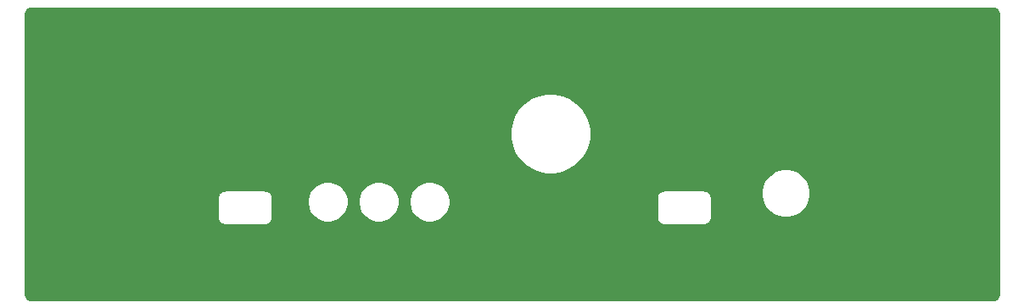
<source format=gbr>
%TF.GenerationSoftware,KiCad,Pcbnew,(5.1.9)-1*%
%TF.CreationDate,2021-04-04T20:16:54-07:00*%
%TF.ProjectId,miditwiddle-front,6d696469-7477-4696-9464-6c652d66726f,rev?*%
%TF.SameCoordinates,PX9157080PY68799b0*%
%TF.FileFunction,Copper,L1,Top*%
%TF.FilePolarity,Positive*%
%FSLAX46Y46*%
G04 Gerber Fmt 4.6, Leading zero omitted, Abs format (unit mm)*
G04 Created by KiCad (PCBNEW (5.1.9)-1) date 2021-04-04 20:16:54*
%MOMM*%
%LPD*%
G01*
G04 APERTURE LIST*
%TA.AperFunction,ViaPad*%
%ADD10C,0.600000*%
%TD*%
%TA.AperFunction,Conductor*%
%ADD11C,0.254000*%
%TD*%
%TA.AperFunction,Conductor*%
%ADD12C,0.100000*%
%TD*%
G04 APERTURE END LIST*
D10*
%TO.N,GND*%
X-48000000Y21950000D03*
X-48000000Y-6050000D03*
X48000000Y-6050000D03*
X48000000Y21950000D03*
%TD*%
D11*
%TO.N,GND*%
X48105082Y22480706D02*
X48206163Y22450188D01*
X48299390Y22400618D01*
X48381214Y22333884D01*
X48448518Y22252528D01*
X48498737Y22159650D01*
X48529960Y22058784D01*
X48543200Y21932816D01*
X48543201Y-6027647D01*
X48530706Y-6155081D01*
X48500188Y-6256161D01*
X48450618Y-6349391D01*
X48383884Y-6431214D01*
X48302529Y-6498517D01*
X48209649Y-6548737D01*
X48108784Y-6579960D01*
X47982816Y-6593200D01*
X-47977657Y-6593200D01*
X-48105081Y-6580706D01*
X-48206161Y-6550188D01*
X-48299391Y-6500618D01*
X-48381214Y-6433884D01*
X-48448517Y-6352529D01*
X-48498737Y-6259649D01*
X-48529960Y-6158784D01*
X-48543200Y-6032816D01*
X-48543200Y3622437D01*
X-29426800Y3622437D01*
X-29426799Y1577562D01*
X-29424901Y1558288D01*
X-29424913Y1556506D01*
X-29424291Y1550158D01*
X-29421250Y1521227D01*
X-29420189Y1510452D01*
X-29420080Y1510093D01*
X-29418171Y1491929D01*
X-29409842Y1451356D01*
X-29402087Y1410703D01*
X-29400244Y1404596D01*
X-29382930Y1348664D01*
X-29366878Y1310479D01*
X-29351375Y1272109D01*
X-29348381Y1266477D01*
X-29320533Y1214974D01*
X-29297384Y1180655D01*
X-29274711Y1146008D01*
X-29270680Y1141065D01*
X-29233360Y1095953D01*
X-29203974Y1066772D01*
X-29175014Y1037199D01*
X-29170100Y1033133D01*
X-29124726Y996128D01*
X-29090235Y973212D01*
X-29056086Y949830D01*
X-29050476Y946796D01*
X-28998780Y919308D01*
X-28960503Y903531D01*
X-28922445Y887219D01*
X-28916352Y885333D01*
X-28860301Y868410D01*
X-28819705Y860372D01*
X-28779186Y851760D01*
X-28772843Y851093D01*
X-28714573Y845380D01*
X-28714571Y845380D01*
X-28692438Y843200D01*
X-24647562Y843200D01*
X-24628278Y845099D01*
X-24626506Y845087D01*
X-24620158Y845709D01*
X-24591378Y848734D01*
X-24580452Y849810D01*
X-24580088Y849920D01*
X-24561929Y851829D01*
X-24521356Y860158D01*
X-24480703Y867913D01*
X-24474596Y869756D01*
X-24418664Y887070D01*
X-24380479Y903122D01*
X-24342109Y918625D01*
X-24336477Y921619D01*
X-24284974Y949467D01*
X-24250655Y972616D01*
X-24216008Y995289D01*
X-24211065Y999320D01*
X-24165953Y1036640D01*
X-24136772Y1066026D01*
X-24107199Y1094986D01*
X-24103133Y1099900D01*
X-24066128Y1145274D01*
X-24043212Y1179765D01*
X-24019830Y1213914D01*
X-24016796Y1219524D01*
X-23989308Y1271220D01*
X-23973531Y1309497D01*
X-23957219Y1347555D01*
X-23955333Y1353648D01*
X-23938410Y1409699D01*
X-23930372Y1450295D01*
X-23921760Y1490814D01*
X-23921093Y1497157D01*
X-23915380Y1555427D01*
X-23915380Y1555429D01*
X-23913200Y1577562D01*
X-23913200Y3403562D01*
X-20481800Y3403562D01*
X-20481800Y2996438D01*
X-20402374Y2597137D01*
X-20246574Y2221003D01*
X-20020388Y1882492D01*
X-19732508Y1594612D01*
X-19393997Y1368426D01*
X-19017863Y1212626D01*
X-18618562Y1133200D01*
X-18211438Y1133200D01*
X-17812137Y1212626D01*
X-17436003Y1368426D01*
X-17097492Y1594612D01*
X-16809612Y1882492D01*
X-16583426Y2221003D01*
X-16427626Y2597137D01*
X-16348200Y2996438D01*
X-16348200Y3403562D01*
X-15401800Y3403562D01*
X-15401800Y2996438D01*
X-15322374Y2597137D01*
X-15166574Y2221003D01*
X-14940388Y1882492D01*
X-14652508Y1594612D01*
X-14313997Y1368426D01*
X-13937863Y1212626D01*
X-13538562Y1133200D01*
X-13131438Y1133200D01*
X-12732137Y1212626D01*
X-12356003Y1368426D01*
X-12017492Y1594612D01*
X-11729612Y1882492D01*
X-11503426Y2221003D01*
X-11347626Y2597137D01*
X-11268200Y2996438D01*
X-11268200Y3403562D01*
X-10321800Y3403562D01*
X-10321800Y2996438D01*
X-10242374Y2597137D01*
X-10086574Y2221003D01*
X-9860388Y1882492D01*
X-9572508Y1594612D01*
X-9233997Y1368426D01*
X-8857863Y1212626D01*
X-8458562Y1133200D01*
X-8051438Y1133200D01*
X-7652137Y1212626D01*
X-7276003Y1368426D01*
X-6937492Y1594612D01*
X-6649612Y1882492D01*
X-6423426Y2221003D01*
X-6267626Y2597137D01*
X-6188200Y2996438D01*
X-6188200Y3403562D01*
X-6231736Y3622437D01*
X14388200Y3622437D01*
X14388201Y1577562D01*
X14390099Y1558288D01*
X14390087Y1556506D01*
X14390709Y1550158D01*
X14393750Y1521227D01*
X14394811Y1510452D01*
X14394920Y1510093D01*
X14396829Y1491929D01*
X14405158Y1451356D01*
X14412913Y1410703D01*
X14414756Y1404596D01*
X14432070Y1348664D01*
X14448122Y1310479D01*
X14463625Y1272109D01*
X14466619Y1266477D01*
X14494467Y1214974D01*
X14517616Y1180655D01*
X14540289Y1146008D01*
X14544320Y1141065D01*
X14581640Y1095953D01*
X14611026Y1066772D01*
X14639986Y1037199D01*
X14644900Y1033133D01*
X14690274Y996128D01*
X14724765Y973212D01*
X14758914Y949830D01*
X14764524Y946796D01*
X14816220Y919308D01*
X14854497Y903531D01*
X14892555Y887219D01*
X14898648Y885333D01*
X14954699Y868410D01*
X14995295Y860372D01*
X15035814Y851760D01*
X15042157Y851093D01*
X15100427Y845380D01*
X15100429Y845380D01*
X15122562Y843200D01*
X19167438Y843200D01*
X19186722Y845099D01*
X19188494Y845087D01*
X19194842Y845709D01*
X19223622Y848734D01*
X19234548Y849810D01*
X19234912Y849920D01*
X19253071Y851829D01*
X19293644Y860158D01*
X19334297Y867913D01*
X19340404Y869756D01*
X19396336Y887070D01*
X19434521Y903122D01*
X19472891Y918625D01*
X19478523Y921619D01*
X19530026Y949467D01*
X19564345Y972616D01*
X19598992Y995289D01*
X19603935Y999320D01*
X19649047Y1036640D01*
X19678228Y1066026D01*
X19707801Y1094986D01*
X19711867Y1099900D01*
X19748872Y1145274D01*
X19771788Y1179765D01*
X19795170Y1213914D01*
X19798204Y1219524D01*
X19825692Y1271220D01*
X19841469Y1309497D01*
X19857781Y1347555D01*
X19859667Y1353648D01*
X19876590Y1409699D01*
X19884628Y1450295D01*
X19893240Y1490814D01*
X19893907Y1497157D01*
X19899620Y1555427D01*
X19899620Y1555429D01*
X19901800Y1577562D01*
X19901800Y3622438D01*
X19899901Y3641722D01*
X19899913Y3643494D01*
X19899291Y3649841D01*
X19896267Y3678614D01*
X19895190Y3689548D01*
X19895079Y3689912D01*
X19893171Y3708071D01*
X19884844Y3748637D01*
X19877087Y3789297D01*
X19875244Y3795403D01*
X19857930Y3851336D01*
X19841874Y3889532D01*
X19826375Y3927891D01*
X19823381Y3933523D01*
X19795533Y3985026D01*
X19772394Y4019330D01*
X19749711Y4053992D01*
X19745680Y4058935D01*
X19708359Y4104048D01*
X19678991Y4133211D01*
X19650014Y4162801D01*
X19645100Y4166867D01*
X19599727Y4203872D01*
X19565251Y4226777D01*
X19531087Y4250170D01*
X19525476Y4253204D01*
X19473780Y4280692D01*
X19444480Y4292769D01*
X24840126Y4292769D01*
X24840126Y3807231D01*
X24934850Y3331023D01*
X25120657Y2882445D01*
X25390408Y2478735D01*
X25733735Y2135408D01*
X26137445Y1865657D01*
X26586023Y1679850D01*
X27062231Y1585126D01*
X27547769Y1585126D01*
X28023977Y1679850D01*
X28472555Y1865657D01*
X28876265Y2135408D01*
X29219592Y2478735D01*
X29489343Y2882445D01*
X29675150Y3331023D01*
X29769874Y3807231D01*
X29769874Y4292769D01*
X29675150Y4768977D01*
X29489343Y5217555D01*
X29219592Y5621265D01*
X28876265Y5964592D01*
X28472555Y6234343D01*
X28023977Y6420150D01*
X27547769Y6514874D01*
X27062231Y6514874D01*
X26586023Y6420150D01*
X26137445Y6234343D01*
X25733735Y5964592D01*
X25390408Y5621265D01*
X25120657Y5217555D01*
X24934850Y4768977D01*
X24840126Y4292769D01*
X19444480Y4292769D01*
X19435491Y4296474D01*
X19397445Y4312781D01*
X19391358Y4314665D01*
X19391356Y4314666D01*
X19391354Y4314666D01*
X19391352Y4314667D01*
X19335301Y4331590D01*
X19294697Y4339630D01*
X19254185Y4348240D01*
X19247842Y4348907D01*
X19189573Y4354620D01*
X19189571Y4354620D01*
X19167438Y4356800D01*
X15122562Y4356800D01*
X15103278Y4354901D01*
X15101506Y4354913D01*
X15095159Y4354291D01*
X15066386Y4351267D01*
X15055452Y4350190D01*
X15055088Y4350079D01*
X15036929Y4348171D01*
X14996363Y4339844D01*
X14955703Y4332087D01*
X14949597Y4330244D01*
X14893664Y4312930D01*
X14855468Y4296874D01*
X14817109Y4281375D01*
X14811477Y4278381D01*
X14759974Y4250533D01*
X14725670Y4227394D01*
X14691008Y4204711D01*
X14686065Y4200680D01*
X14640952Y4163359D01*
X14611789Y4133991D01*
X14582199Y4105014D01*
X14578133Y4100100D01*
X14541128Y4054727D01*
X14518223Y4020251D01*
X14494830Y3986087D01*
X14491796Y3980476D01*
X14464308Y3928780D01*
X14448526Y3890491D01*
X14432219Y3852445D01*
X14430333Y3846352D01*
X14413410Y3790301D01*
X14405370Y3749697D01*
X14396760Y3709185D01*
X14396093Y3702842D01*
X14390421Y3644988D01*
X14388200Y3622437D01*
X-6231736Y3622437D01*
X-6267626Y3802863D01*
X-6423426Y4178997D01*
X-6649612Y4517508D01*
X-6937492Y4805388D01*
X-7276003Y5031574D01*
X-7652137Y5187374D01*
X-8051438Y5266800D01*
X-8458562Y5266800D01*
X-8857863Y5187374D01*
X-9233997Y5031574D01*
X-9572508Y4805388D01*
X-9860388Y4517508D01*
X-10086574Y4178997D01*
X-10242374Y3802863D01*
X-10321800Y3403562D01*
X-11268200Y3403562D01*
X-11347626Y3802863D01*
X-11503426Y4178997D01*
X-11729612Y4517508D01*
X-12017492Y4805388D01*
X-12356003Y5031574D01*
X-12732137Y5187374D01*
X-13131438Y5266800D01*
X-13538562Y5266800D01*
X-13937863Y5187374D01*
X-14313997Y5031574D01*
X-14652508Y4805388D01*
X-14940388Y4517508D01*
X-15166574Y4178997D01*
X-15322374Y3802863D01*
X-15401800Y3403562D01*
X-16348200Y3403562D01*
X-16427626Y3802863D01*
X-16583426Y4178997D01*
X-16809612Y4517508D01*
X-17097492Y4805388D01*
X-17436003Y5031574D01*
X-17812137Y5187374D01*
X-18211438Y5266800D01*
X-18618562Y5266800D01*
X-19017863Y5187374D01*
X-19393997Y5031574D01*
X-19732508Y4805388D01*
X-20020388Y4517508D01*
X-20246574Y4178997D01*
X-20402374Y3802863D01*
X-20481800Y3403562D01*
X-23913200Y3403562D01*
X-23913200Y3622438D01*
X-23915099Y3641722D01*
X-23915087Y3643494D01*
X-23915709Y3649841D01*
X-23918733Y3678614D01*
X-23919810Y3689548D01*
X-23919921Y3689912D01*
X-23921829Y3708071D01*
X-23930156Y3748637D01*
X-23937913Y3789297D01*
X-23939756Y3795403D01*
X-23957070Y3851336D01*
X-23973126Y3889532D01*
X-23988625Y3927891D01*
X-23991619Y3933523D01*
X-24019467Y3985026D01*
X-24042606Y4019330D01*
X-24065289Y4053992D01*
X-24069320Y4058935D01*
X-24106641Y4104048D01*
X-24136009Y4133211D01*
X-24164986Y4162801D01*
X-24169900Y4166867D01*
X-24215273Y4203872D01*
X-24249749Y4226777D01*
X-24283913Y4250170D01*
X-24289524Y4253204D01*
X-24341220Y4280692D01*
X-24379509Y4296474D01*
X-24417555Y4312781D01*
X-24423642Y4314665D01*
X-24423644Y4314666D01*
X-24423646Y4314666D01*
X-24423648Y4314667D01*
X-24479699Y4331590D01*
X-24520303Y4339630D01*
X-24560815Y4348240D01*
X-24567158Y4348907D01*
X-24625427Y4354620D01*
X-24625429Y4354620D01*
X-24647562Y4356800D01*
X-28692438Y4356800D01*
X-28711722Y4354901D01*
X-28713494Y4354913D01*
X-28719841Y4354291D01*
X-28748614Y4351267D01*
X-28759548Y4350190D01*
X-28759912Y4350079D01*
X-28778071Y4348171D01*
X-28818637Y4339844D01*
X-28859297Y4332087D01*
X-28865403Y4330244D01*
X-28921336Y4312930D01*
X-28959532Y4296874D01*
X-28997891Y4281375D01*
X-29003523Y4278381D01*
X-29055026Y4250533D01*
X-29089330Y4227394D01*
X-29123992Y4204711D01*
X-29128935Y4200680D01*
X-29174048Y4163359D01*
X-29203211Y4133991D01*
X-29232801Y4105014D01*
X-29236867Y4100100D01*
X-29273872Y4054727D01*
X-29296777Y4020251D01*
X-29320170Y3986087D01*
X-29323204Y3980476D01*
X-29350692Y3928780D01*
X-29366474Y3890491D01*
X-29382781Y3852445D01*
X-29384667Y3846352D01*
X-29401590Y3790301D01*
X-29409630Y3749697D01*
X-29418240Y3709185D01*
X-29418907Y3702842D01*
X-29424579Y3644988D01*
X-29426800Y3622437D01*
X-48543200Y3622437D01*
X-48543200Y10399596D01*
X-247169Y10399596D01*
X-247169Y9600404D01*
X-91254Y8816567D01*
X214583Y8078210D01*
X658591Y7413705D01*
X1223705Y6848591D01*
X1888210Y6404583D01*
X2626567Y6098746D01*
X3410404Y5942831D01*
X4209596Y5942831D01*
X4993433Y6098746D01*
X5731790Y6404583D01*
X6396295Y6848591D01*
X6961409Y7413705D01*
X7405417Y8078210D01*
X7711254Y8816567D01*
X7867169Y9600404D01*
X7867169Y10399596D01*
X7711254Y11183433D01*
X7405417Y11921790D01*
X6961409Y12586295D01*
X6396295Y13151409D01*
X5731790Y13595417D01*
X4993433Y13901254D01*
X4209596Y14057169D01*
X3410404Y14057169D01*
X2626567Y13901254D01*
X1888210Y13595417D01*
X1223705Y13151409D01*
X658591Y12586295D01*
X214583Y11921790D01*
X-91254Y11183433D01*
X-247169Y10399596D01*
X-48543200Y10399596D01*
X-48543200Y21927657D01*
X-48530706Y22055082D01*
X-48500188Y22156163D01*
X-48450618Y22249390D01*
X-48383884Y22331214D01*
X-48302528Y22398518D01*
X-48209650Y22448737D01*
X-48108784Y22479960D01*
X-47982816Y22493200D01*
X47977657Y22493200D01*
X48105082Y22480706D01*
%TA.AperFunction,Conductor*%
D12*
G36*
X48105082Y22480706D02*
G01*
X48206163Y22450188D01*
X48299390Y22400618D01*
X48381214Y22333884D01*
X48448518Y22252528D01*
X48498737Y22159650D01*
X48529960Y22058784D01*
X48543200Y21932816D01*
X48543201Y-6027647D01*
X48530706Y-6155081D01*
X48500188Y-6256161D01*
X48450618Y-6349391D01*
X48383884Y-6431214D01*
X48302529Y-6498517D01*
X48209649Y-6548737D01*
X48108784Y-6579960D01*
X47982816Y-6593200D01*
X-47977657Y-6593200D01*
X-48105081Y-6580706D01*
X-48206161Y-6550188D01*
X-48299391Y-6500618D01*
X-48381214Y-6433884D01*
X-48448517Y-6352529D01*
X-48498737Y-6259649D01*
X-48529960Y-6158784D01*
X-48543200Y-6032816D01*
X-48543200Y3622437D01*
X-29426800Y3622437D01*
X-29426799Y1577562D01*
X-29424901Y1558288D01*
X-29424913Y1556506D01*
X-29424291Y1550158D01*
X-29421250Y1521227D01*
X-29420189Y1510452D01*
X-29420080Y1510093D01*
X-29418171Y1491929D01*
X-29409842Y1451356D01*
X-29402087Y1410703D01*
X-29400244Y1404596D01*
X-29382930Y1348664D01*
X-29366878Y1310479D01*
X-29351375Y1272109D01*
X-29348381Y1266477D01*
X-29320533Y1214974D01*
X-29297384Y1180655D01*
X-29274711Y1146008D01*
X-29270680Y1141065D01*
X-29233360Y1095953D01*
X-29203974Y1066772D01*
X-29175014Y1037199D01*
X-29170100Y1033133D01*
X-29124726Y996128D01*
X-29090235Y973212D01*
X-29056086Y949830D01*
X-29050476Y946796D01*
X-28998780Y919308D01*
X-28960503Y903531D01*
X-28922445Y887219D01*
X-28916352Y885333D01*
X-28860301Y868410D01*
X-28819705Y860372D01*
X-28779186Y851760D01*
X-28772843Y851093D01*
X-28714573Y845380D01*
X-28714571Y845380D01*
X-28692438Y843200D01*
X-24647562Y843200D01*
X-24628278Y845099D01*
X-24626506Y845087D01*
X-24620158Y845709D01*
X-24591378Y848734D01*
X-24580452Y849810D01*
X-24580088Y849920D01*
X-24561929Y851829D01*
X-24521356Y860158D01*
X-24480703Y867913D01*
X-24474596Y869756D01*
X-24418664Y887070D01*
X-24380479Y903122D01*
X-24342109Y918625D01*
X-24336477Y921619D01*
X-24284974Y949467D01*
X-24250655Y972616D01*
X-24216008Y995289D01*
X-24211065Y999320D01*
X-24165953Y1036640D01*
X-24136772Y1066026D01*
X-24107199Y1094986D01*
X-24103133Y1099900D01*
X-24066128Y1145274D01*
X-24043212Y1179765D01*
X-24019830Y1213914D01*
X-24016796Y1219524D01*
X-23989308Y1271220D01*
X-23973531Y1309497D01*
X-23957219Y1347555D01*
X-23955333Y1353648D01*
X-23938410Y1409699D01*
X-23930372Y1450295D01*
X-23921760Y1490814D01*
X-23921093Y1497157D01*
X-23915380Y1555427D01*
X-23915380Y1555429D01*
X-23913200Y1577562D01*
X-23913200Y3403562D01*
X-20481800Y3403562D01*
X-20481800Y2996438D01*
X-20402374Y2597137D01*
X-20246574Y2221003D01*
X-20020388Y1882492D01*
X-19732508Y1594612D01*
X-19393997Y1368426D01*
X-19017863Y1212626D01*
X-18618562Y1133200D01*
X-18211438Y1133200D01*
X-17812137Y1212626D01*
X-17436003Y1368426D01*
X-17097492Y1594612D01*
X-16809612Y1882492D01*
X-16583426Y2221003D01*
X-16427626Y2597137D01*
X-16348200Y2996438D01*
X-16348200Y3403562D01*
X-15401800Y3403562D01*
X-15401800Y2996438D01*
X-15322374Y2597137D01*
X-15166574Y2221003D01*
X-14940388Y1882492D01*
X-14652508Y1594612D01*
X-14313997Y1368426D01*
X-13937863Y1212626D01*
X-13538562Y1133200D01*
X-13131438Y1133200D01*
X-12732137Y1212626D01*
X-12356003Y1368426D01*
X-12017492Y1594612D01*
X-11729612Y1882492D01*
X-11503426Y2221003D01*
X-11347626Y2597137D01*
X-11268200Y2996438D01*
X-11268200Y3403562D01*
X-10321800Y3403562D01*
X-10321800Y2996438D01*
X-10242374Y2597137D01*
X-10086574Y2221003D01*
X-9860388Y1882492D01*
X-9572508Y1594612D01*
X-9233997Y1368426D01*
X-8857863Y1212626D01*
X-8458562Y1133200D01*
X-8051438Y1133200D01*
X-7652137Y1212626D01*
X-7276003Y1368426D01*
X-6937492Y1594612D01*
X-6649612Y1882492D01*
X-6423426Y2221003D01*
X-6267626Y2597137D01*
X-6188200Y2996438D01*
X-6188200Y3403562D01*
X-6231736Y3622437D01*
X14388200Y3622437D01*
X14388201Y1577562D01*
X14390099Y1558288D01*
X14390087Y1556506D01*
X14390709Y1550158D01*
X14393750Y1521227D01*
X14394811Y1510452D01*
X14394920Y1510093D01*
X14396829Y1491929D01*
X14405158Y1451356D01*
X14412913Y1410703D01*
X14414756Y1404596D01*
X14432070Y1348664D01*
X14448122Y1310479D01*
X14463625Y1272109D01*
X14466619Y1266477D01*
X14494467Y1214974D01*
X14517616Y1180655D01*
X14540289Y1146008D01*
X14544320Y1141065D01*
X14581640Y1095953D01*
X14611026Y1066772D01*
X14639986Y1037199D01*
X14644900Y1033133D01*
X14690274Y996128D01*
X14724765Y973212D01*
X14758914Y949830D01*
X14764524Y946796D01*
X14816220Y919308D01*
X14854497Y903531D01*
X14892555Y887219D01*
X14898648Y885333D01*
X14954699Y868410D01*
X14995295Y860372D01*
X15035814Y851760D01*
X15042157Y851093D01*
X15100427Y845380D01*
X15100429Y845380D01*
X15122562Y843200D01*
X19167438Y843200D01*
X19186722Y845099D01*
X19188494Y845087D01*
X19194842Y845709D01*
X19223622Y848734D01*
X19234548Y849810D01*
X19234912Y849920D01*
X19253071Y851829D01*
X19293644Y860158D01*
X19334297Y867913D01*
X19340404Y869756D01*
X19396336Y887070D01*
X19434521Y903122D01*
X19472891Y918625D01*
X19478523Y921619D01*
X19530026Y949467D01*
X19564345Y972616D01*
X19598992Y995289D01*
X19603935Y999320D01*
X19649047Y1036640D01*
X19678228Y1066026D01*
X19707801Y1094986D01*
X19711867Y1099900D01*
X19748872Y1145274D01*
X19771788Y1179765D01*
X19795170Y1213914D01*
X19798204Y1219524D01*
X19825692Y1271220D01*
X19841469Y1309497D01*
X19857781Y1347555D01*
X19859667Y1353648D01*
X19876590Y1409699D01*
X19884628Y1450295D01*
X19893240Y1490814D01*
X19893907Y1497157D01*
X19899620Y1555427D01*
X19899620Y1555429D01*
X19901800Y1577562D01*
X19901800Y3622438D01*
X19899901Y3641722D01*
X19899913Y3643494D01*
X19899291Y3649841D01*
X19896267Y3678614D01*
X19895190Y3689548D01*
X19895079Y3689912D01*
X19893171Y3708071D01*
X19884844Y3748637D01*
X19877087Y3789297D01*
X19875244Y3795403D01*
X19857930Y3851336D01*
X19841874Y3889532D01*
X19826375Y3927891D01*
X19823381Y3933523D01*
X19795533Y3985026D01*
X19772394Y4019330D01*
X19749711Y4053992D01*
X19745680Y4058935D01*
X19708359Y4104048D01*
X19678991Y4133211D01*
X19650014Y4162801D01*
X19645100Y4166867D01*
X19599727Y4203872D01*
X19565251Y4226777D01*
X19531087Y4250170D01*
X19525476Y4253204D01*
X19473780Y4280692D01*
X19444480Y4292769D01*
X24840126Y4292769D01*
X24840126Y3807231D01*
X24934850Y3331023D01*
X25120657Y2882445D01*
X25390408Y2478735D01*
X25733735Y2135408D01*
X26137445Y1865657D01*
X26586023Y1679850D01*
X27062231Y1585126D01*
X27547769Y1585126D01*
X28023977Y1679850D01*
X28472555Y1865657D01*
X28876265Y2135408D01*
X29219592Y2478735D01*
X29489343Y2882445D01*
X29675150Y3331023D01*
X29769874Y3807231D01*
X29769874Y4292769D01*
X29675150Y4768977D01*
X29489343Y5217555D01*
X29219592Y5621265D01*
X28876265Y5964592D01*
X28472555Y6234343D01*
X28023977Y6420150D01*
X27547769Y6514874D01*
X27062231Y6514874D01*
X26586023Y6420150D01*
X26137445Y6234343D01*
X25733735Y5964592D01*
X25390408Y5621265D01*
X25120657Y5217555D01*
X24934850Y4768977D01*
X24840126Y4292769D01*
X19444480Y4292769D01*
X19435491Y4296474D01*
X19397445Y4312781D01*
X19391358Y4314665D01*
X19391356Y4314666D01*
X19391354Y4314666D01*
X19391352Y4314667D01*
X19335301Y4331590D01*
X19294697Y4339630D01*
X19254185Y4348240D01*
X19247842Y4348907D01*
X19189573Y4354620D01*
X19189571Y4354620D01*
X19167438Y4356800D01*
X15122562Y4356800D01*
X15103278Y4354901D01*
X15101506Y4354913D01*
X15095159Y4354291D01*
X15066386Y4351267D01*
X15055452Y4350190D01*
X15055088Y4350079D01*
X15036929Y4348171D01*
X14996363Y4339844D01*
X14955703Y4332087D01*
X14949597Y4330244D01*
X14893664Y4312930D01*
X14855468Y4296874D01*
X14817109Y4281375D01*
X14811477Y4278381D01*
X14759974Y4250533D01*
X14725670Y4227394D01*
X14691008Y4204711D01*
X14686065Y4200680D01*
X14640952Y4163359D01*
X14611789Y4133991D01*
X14582199Y4105014D01*
X14578133Y4100100D01*
X14541128Y4054727D01*
X14518223Y4020251D01*
X14494830Y3986087D01*
X14491796Y3980476D01*
X14464308Y3928780D01*
X14448526Y3890491D01*
X14432219Y3852445D01*
X14430333Y3846352D01*
X14413410Y3790301D01*
X14405370Y3749697D01*
X14396760Y3709185D01*
X14396093Y3702842D01*
X14390421Y3644988D01*
X14388200Y3622437D01*
X-6231736Y3622437D01*
X-6267626Y3802863D01*
X-6423426Y4178997D01*
X-6649612Y4517508D01*
X-6937492Y4805388D01*
X-7276003Y5031574D01*
X-7652137Y5187374D01*
X-8051438Y5266800D01*
X-8458562Y5266800D01*
X-8857863Y5187374D01*
X-9233997Y5031574D01*
X-9572508Y4805388D01*
X-9860388Y4517508D01*
X-10086574Y4178997D01*
X-10242374Y3802863D01*
X-10321800Y3403562D01*
X-11268200Y3403562D01*
X-11347626Y3802863D01*
X-11503426Y4178997D01*
X-11729612Y4517508D01*
X-12017492Y4805388D01*
X-12356003Y5031574D01*
X-12732137Y5187374D01*
X-13131438Y5266800D01*
X-13538562Y5266800D01*
X-13937863Y5187374D01*
X-14313997Y5031574D01*
X-14652508Y4805388D01*
X-14940388Y4517508D01*
X-15166574Y4178997D01*
X-15322374Y3802863D01*
X-15401800Y3403562D01*
X-16348200Y3403562D01*
X-16427626Y3802863D01*
X-16583426Y4178997D01*
X-16809612Y4517508D01*
X-17097492Y4805388D01*
X-17436003Y5031574D01*
X-17812137Y5187374D01*
X-18211438Y5266800D01*
X-18618562Y5266800D01*
X-19017863Y5187374D01*
X-19393997Y5031574D01*
X-19732508Y4805388D01*
X-20020388Y4517508D01*
X-20246574Y4178997D01*
X-20402374Y3802863D01*
X-20481800Y3403562D01*
X-23913200Y3403562D01*
X-23913200Y3622438D01*
X-23915099Y3641722D01*
X-23915087Y3643494D01*
X-23915709Y3649841D01*
X-23918733Y3678614D01*
X-23919810Y3689548D01*
X-23919921Y3689912D01*
X-23921829Y3708071D01*
X-23930156Y3748637D01*
X-23937913Y3789297D01*
X-23939756Y3795403D01*
X-23957070Y3851336D01*
X-23973126Y3889532D01*
X-23988625Y3927891D01*
X-23991619Y3933523D01*
X-24019467Y3985026D01*
X-24042606Y4019330D01*
X-24065289Y4053992D01*
X-24069320Y4058935D01*
X-24106641Y4104048D01*
X-24136009Y4133211D01*
X-24164986Y4162801D01*
X-24169900Y4166867D01*
X-24215273Y4203872D01*
X-24249749Y4226777D01*
X-24283913Y4250170D01*
X-24289524Y4253204D01*
X-24341220Y4280692D01*
X-24379509Y4296474D01*
X-24417555Y4312781D01*
X-24423642Y4314665D01*
X-24423644Y4314666D01*
X-24423646Y4314666D01*
X-24423648Y4314667D01*
X-24479699Y4331590D01*
X-24520303Y4339630D01*
X-24560815Y4348240D01*
X-24567158Y4348907D01*
X-24625427Y4354620D01*
X-24625429Y4354620D01*
X-24647562Y4356800D01*
X-28692438Y4356800D01*
X-28711722Y4354901D01*
X-28713494Y4354913D01*
X-28719841Y4354291D01*
X-28748614Y4351267D01*
X-28759548Y4350190D01*
X-28759912Y4350079D01*
X-28778071Y4348171D01*
X-28818637Y4339844D01*
X-28859297Y4332087D01*
X-28865403Y4330244D01*
X-28921336Y4312930D01*
X-28959532Y4296874D01*
X-28997891Y4281375D01*
X-29003523Y4278381D01*
X-29055026Y4250533D01*
X-29089330Y4227394D01*
X-29123992Y4204711D01*
X-29128935Y4200680D01*
X-29174048Y4163359D01*
X-29203211Y4133991D01*
X-29232801Y4105014D01*
X-29236867Y4100100D01*
X-29273872Y4054727D01*
X-29296777Y4020251D01*
X-29320170Y3986087D01*
X-29323204Y3980476D01*
X-29350692Y3928780D01*
X-29366474Y3890491D01*
X-29382781Y3852445D01*
X-29384667Y3846352D01*
X-29401590Y3790301D01*
X-29409630Y3749697D01*
X-29418240Y3709185D01*
X-29418907Y3702842D01*
X-29424579Y3644988D01*
X-29426800Y3622437D01*
X-48543200Y3622437D01*
X-48543200Y10399596D01*
X-247169Y10399596D01*
X-247169Y9600404D01*
X-91254Y8816567D01*
X214583Y8078210D01*
X658591Y7413705D01*
X1223705Y6848591D01*
X1888210Y6404583D01*
X2626567Y6098746D01*
X3410404Y5942831D01*
X4209596Y5942831D01*
X4993433Y6098746D01*
X5731790Y6404583D01*
X6396295Y6848591D01*
X6961409Y7413705D01*
X7405417Y8078210D01*
X7711254Y8816567D01*
X7867169Y9600404D01*
X7867169Y10399596D01*
X7711254Y11183433D01*
X7405417Y11921790D01*
X6961409Y12586295D01*
X6396295Y13151409D01*
X5731790Y13595417D01*
X4993433Y13901254D01*
X4209596Y14057169D01*
X3410404Y14057169D01*
X2626567Y13901254D01*
X1888210Y13595417D01*
X1223705Y13151409D01*
X658591Y12586295D01*
X214583Y11921790D01*
X-91254Y11183433D01*
X-247169Y10399596D01*
X-48543200Y10399596D01*
X-48543200Y21927657D01*
X-48530706Y22055082D01*
X-48500188Y22156163D01*
X-48450618Y22249390D01*
X-48383884Y22331214D01*
X-48302528Y22398518D01*
X-48209650Y22448737D01*
X-48108784Y22479960D01*
X-47982816Y22493200D01*
X47977657Y22493200D01*
X48105082Y22480706D01*
G37*
%TD.AperFunction*%
%TD*%
M02*

</source>
